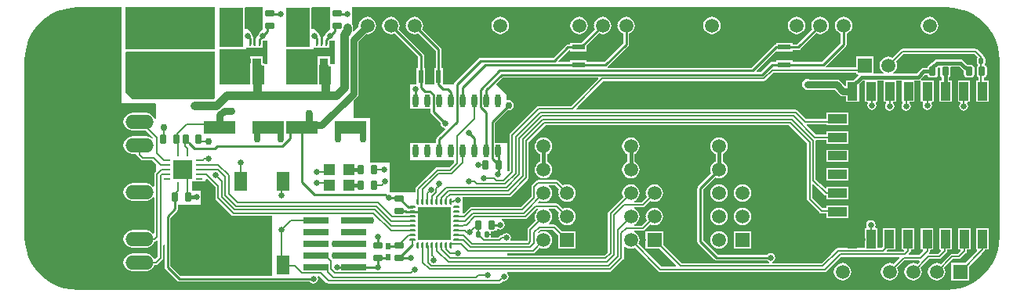
<source format=gtl>
G04 Layer_Physical_Order=1*
G04 Layer_Color=255*
%FSLAX23Y23*%
%MOIN*%
G70*
G01*
G75*
%ADD10R,0.079X0.039*%
%ADD11R,0.039X0.079*%
G04:AMPARAMS|DCode=12|XSize=29mil|YSize=39mil|CornerRadius=6mil|HoleSize=0mil|Usage=FLASHONLY|Rotation=0.000|XOffset=0mil|YOffset=0mil|HoleType=Round|Shape=RoundedRectangle|*
%AMROUNDEDRECTD12*
21,1,0.029,0.028,0,0,0.0*
21,1,0.017,0.039,0,0,0.0*
1,1,0.012,0.009,-0.014*
1,1,0.012,-0.009,-0.014*
1,1,0.012,-0.009,0.014*
1,1,0.012,0.009,0.014*
%
%ADD12ROUNDEDRECTD12*%
%ADD13R,0.079X0.079*%
%ADD14O,0.031X0.008*%
%ADD15O,0.008X0.031*%
G04:AMPARAMS|DCode=16|XSize=22mil|YSize=24mil|CornerRadius=4mil|HoleSize=0mil|Usage=FLASHONLY|Rotation=0.000|XOffset=0mil|YOffset=0mil|HoleType=Round|Shape=RoundedRectangle|*
%AMROUNDEDRECTD16*
21,1,0.022,0.015,0,0,0.0*
21,1,0.013,0.024,0,0,0.0*
1,1,0.009,0.007,-0.008*
1,1,0.009,-0.007,-0.008*
1,1,0.009,-0.007,0.008*
1,1,0.009,0.007,0.008*
%
%ADD16ROUNDEDRECTD16*%
G04:AMPARAMS|DCode=17|XSize=29mil|YSize=39mil|CornerRadius=6mil|HoleSize=0mil|Usage=FLASHONLY|Rotation=270.000|XOffset=0mil|YOffset=0mil|HoleType=Round|Shape=RoundedRectangle|*
%AMROUNDEDRECTD17*
21,1,0.029,0.028,0,0,270.0*
21,1,0.017,0.039,0,0,270.0*
1,1,0.012,-0.014,-0.009*
1,1,0.012,-0.014,0.009*
1,1,0.012,0.014,0.009*
1,1,0.012,0.014,-0.009*
%
%ADD17ROUNDEDRECTD17*%
%ADD18R,0.024X0.031*%
%ADD19R,0.140X0.140*%
%ADD20O,0.010X0.033*%
%ADD21O,0.033X0.010*%
%ADD22R,0.110X0.030*%
%ADD23R,0.043X0.067*%
%ADD24R,0.024X0.055*%
%ADD25R,0.055X0.024*%
%ADD26R,0.134X0.055*%
G04:AMPARAMS|DCode=27|XSize=52mil|YSize=60mil|CornerRadius=13mil|HoleSize=0mil|Usage=FLASHONLY|Rotation=90.000|XOffset=0mil|YOffset=0mil|HoleType=Round|Shape=RoundedRectangle|*
%AMROUNDEDRECTD27*
21,1,0.052,0.034,0,0,90.0*
21,1,0.026,0.060,0,0,90.0*
1,1,0.026,0.017,0.013*
1,1,0.026,0.017,-0.013*
1,1,0.026,-0.017,-0.013*
1,1,0.026,-0.017,0.013*
%
%ADD27ROUNDEDRECTD27*%
%ADD28R,0.063X0.035*%
%ADD29R,0.011X0.020*%
%ADD30R,0.065X0.083*%
%ADD31O,0.024X0.057*%
%ADD32R,0.055X0.134*%
%ADD33R,0.055X0.083*%
%ADD34R,0.048X0.048*%
%ADD35C,0.008*%
%ADD36C,0.010*%
%ADD37C,0.007*%
%ADD38C,0.030*%
%ADD39C,0.035*%
%ADD40C,0.015*%
%ADD41C,0.009*%
%ADD42C,0.025*%
%ADD43C,0.059*%
%ADD44R,0.059X0.059*%
%ADD45O,0.120X0.060*%
%ADD46C,0.197*%
%ADD47R,0.059X0.059*%
%ADD48C,0.025*%
%ADD49C,0.030*%
G36*
X1312Y946D02*
X1315D01*
Y940D01*
X1325D01*
Y865D01*
X1275D01*
Y946D01*
X1278D01*
Y975D01*
X1312D01*
Y946D01*
D02*
G37*
G36*
X1027D02*
X1030D01*
Y945D01*
X1040D01*
Y865D01*
X990D01*
Y946D01*
X993D01*
Y975D01*
X1027D01*
Y946D01*
D02*
G37*
G36*
X1340Y950D02*
X1321D01*
X1320Y951D01*
X1320Y951D01*
Y983D01*
X1268D01*
Y946D01*
X1268Y946D01*
Y865D01*
X1135D01*
Y1015D01*
X1250D01*
Y1020D01*
X1319D01*
Y1050D01*
X1340D01*
Y950D01*
D02*
G37*
G36*
X1055D02*
X1045D01*
X1045Y950D01*
X1043Y952D01*
X1040Y952D01*
X1035D01*
Y983D01*
X983D01*
Y946D01*
X983Y946D01*
Y865D01*
X850D01*
Y1015D01*
X965D01*
Y1020D01*
X1034D01*
Y1050D01*
X1055D01*
Y950D01*
D02*
G37*
G36*
X830Y1005D02*
Y804D01*
X826Y800D01*
X805Y800D01*
X480D01*
X450Y830D01*
Y1001D01*
X454Y1005D01*
X830Y1005D01*
D02*
G37*
G36*
X801Y460D02*
X835Y426D01*
Y379D01*
X835Y379D01*
X836Y374D01*
X838Y371D01*
X902Y307D01*
X902Y307D01*
X905Y305D01*
X910Y304D01*
X910Y304D01*
X1075D01*
Y47D01*
X685D01*
X642Y90D01*
Y295D01*
X672Y325D01*
X675Y329D01*
X675Y333D01*
Y350D01*
X770D01*
Y360D01*
Y410D01*
X735D01*
Y450D01*
X785D01*
X790Y450D01*
X790Y456D01*
X794Y460D01*
X801Y460D01*
D02*
G37*
G36*
X2206Y329D02*
X2203Y326D01*
X2197Y318D01*
X2193Y310D01*
X2192Y300D01*
X2193Y290D01*
X2196Y283D01*
X2165Y252D01*
X2163Y249D01*
X2162Y244D01*
X2162Y244D01*
Y199D01*
X2159Y196D01*
X2090D01*
X2087Y201D01*
X2088Y202D01*
X2090Y210D01*
X2088Y218D01*
X2084Y224D01*
X2078Y228D01*
X2070Y230D01*
X2062Y228D01*
X2056Y224D01*
X2054Y221D01*
X2050D01*
X2046Y220D01*
X2042Y218D01*
X2042Y218D01*
X2035Y211D01*
X2005D01*
Y238D01*
X2016D01*
X2021Y239D01*
X2022Y240D01*
X2030D01*
Y246D01*
X2035Y248D01*
X2037Y247D01*
X2045Y245D01*
X2053Y247D01*
X2059Y251D01*
X2063Y257D01*
X2065Y265D01*
X2063Y273D01*
X2059Y279D01*
X2053Y283D01*
X2051Y284D01*
X2051Y289D01*
X2150D01*
X2150Y289D01*
X2154Y290D01*
X2158Y292D01*
X2200Y334D01*
X2205D01*
X2206Y329D01*
D02*
G37*
G36*
X3970Y1191D02*
X3999Y1185D01*
X4027Y1176D01*
X4054Y1162D01*
X4079Y1146D01*
X4101Y1126D01*
X4121Y1104D01*
X4137Y1079D01*
X4151Y1052D01*
X4160Y1024D01*
X4166Y995D01*
X4168Y966D01*
X4168Y965D01*
Y745D01*
Y255D01*
Y215D01*
X4168Y214D01*
X4166Y185D01*
X4160Y156D01*
X4155Y141D01*
X4151Y128D01*
X4137Y101D01*
X4121Y76D01*
X4102Y55D01*
X4101Y54D01*
X4079Y34D01*
X4054Y18D01*
X4027Y4D01*
X3999Y-5D01*
X3970Y-11D01*
X3945Y-13D01*
X3940Y-13D01*
Y-13D01*
X3940Y-13D01*
X250D01*
X249Y-13D01*
X220Y-11D01*
X191Y-5D01*
X163Y4D01*
X136Y18D01*
X111Y34D01*
X89Y54D01*
X69Y76D01*
X53Y101D01*
X39Y128D01*
X30Y156D01*
X24Y185D01*
X22Y214D01*
X22Y215D01*
Y965D01*
X22Y966D01*
X24Y995D01*
X30Y1024D01*
X39Y1052D01*
X53Y1079D01*
X69Y1104D01*
X89Y1126D01*
X111Y1146D01*
X136Y1162D01*
X163Y1176D01*
X191Y1185D01*
X220Y1191D01*
X249Y1193D01*
X250Y1193D01*
X435D01*
Y785D01*
X578D01*
X580Y780D01*
X580Y780D01*
Y718D01*
X575Y717D01*
X572Y724D01*
X566Y731D01*
X559Y737D01*
X550Y741D01*
X540Y742D01*
X480D01*
X470Y741D01*
X461Y737D01*
X454Y731D01*
X448Y724D01*
X444Y715D01*
X443Y705D01*
X444Y695D01*
X448Y686D01*
X454Y679D01*
X461Y673D01*
X470Y669D01*
X480Y668D01*
X539D01*
X572Y635D01*
X571Y633D01*
X568Y632D01*
X566Y632D01*
X559Y637D01*
X550Y641D01*
X540Y642D01*
X480D01*
X470Y641D01*
X461Y637D01*
X454Y631D01*
X448Y624D01*
X444Y615D01*
X443Y605D01*
X444Y595D01*
X448Y586D01*
X454Y579D01*
X461Y573D01*
X470Y569D01*
X480Y568D01*
X495D01*
X499Y565D01*
X500Y561D01*
X502Y557D01*
X517Y542D01*
X521Y540D01*
X525Y539D01*
X525Y539D01*
X565D01*
X580Y524D01*
Y492D01*
X577Y489D01*
X575Y486D01*
X574Y481D01*
X574Y481D01*
Y430D01*
X569Y428D01*
X566Y431D01*
X559Y437D01*
X550Y441D01*
X540Y442D01*
X480D01*
X470Y441D01*
X461Y437D01*
X454Y431D01*
X448Y424D01*
X444Y415D01*
X443Y405D01*
X444Y395D01*
X448Y386D01*
X454Y379D01*
X461Y373D01*
X470Y369D01*
X480Y368D01*
X540D01*
X550Y369D01*
X559Y373D01*
X566Y379D01*
X569Y382D01*
X574Y380D01*
Y230D01*
X569Y228D01*
X566Y231D01*
X559Y237D01*
X550Y241D01*
X540Y242D01*
X480D01*
X470Y241D01*
X461Y237D01*
X454Y231D01*
X448Y224D01*
X444Y215D01*
X443Y205D01*
X444Y195D01*
X448Y186D01*
X454Y179D01*
X461Y173D01*
X470Y169D01*
X480Y168D01*
X540D01*
X550Y169D01*
X559Y173D01*
X566Y179D01*
X572Y186D01*
X575Y194D01*
X579Y195D01*
X583Y197D01*
X584Y198D01*
X589Y196D01*
Y130D01*
X579Y119D01*
X574Y120D01*
X572Y124D01*
X566Y131D01*
X559Y137D01*
X550Y141D01*
X540Y142D01*
X480D01*
X470Y141D01*
X461Y137D01*
X454Y131D01*
X448Y124D01*
X444Y115D01*
X443Y105D01*
X444Y95D01*
X448Y86D01*
X454Y79D01*
X461Y73D01*
X470Y69D01*
X480Y68D01*
X540D01*
X550Y69D01*
X559Y73D01*
X566Y79D01*
X572Y86D01*
X575Y94D01*
X580D01*
X580Y94D01*
X584Y95D01*
X588Y97D01*
X608Y117D01*
X608Y117D01*
X610Y121D01*
X611Y125D01*
X611Y125D01*
Y178D01*
X616Y181D01*
X618Y180D01*
Y85D01*
X619Y80D01*
X621Y76D01*
X671Y26D01*
X675Y24D01*
X680Y23D01*
X1235D01*
X1236Y21D01*
X1242Y17D01*
X1250Y15D01*
X1258Y17D01*
X1264Y21D01*
X1268Y27D01*
X1270Y35D01*
X1268Y43D01*
X1268Y44D01*
X1271Y48D01*
X1276D01*
X1306Y18D01*
X1310Y16D01*
X1314Y15D01*
X1314Y15D01*
X2041D01*
X2041Y15D01*
X2045Y16D01*
X2049Y18D01*
X2057Y26D01*
X2060Y25D01*
X2068Y27D01*
X2074Y31D01*
X2075Y32D01*
X2075D01*
Y32D01*
X2078Y37D01*
X2080Y45D01*
X2078Y53D01*
X2075Y58D01*
Y65D01*
X2511D01*
X2511Y65D01*
X2516Y66D01*
X2519Y69D01*
X2567Y117D01*
X2567Y117D01*
X2570Y120D01*
X2571Y124D01*
Y170D01*
X2576Y173D01*
X2582Y168D01*
X2590Y164D01*
X2600Y163D01*
X2610Y164D01*
X2617Y167D01*
X2717Y67D01*
X2721Y65D01*
X2725Y64D01*
X2725Y64D01*
X3425D01*
X3425Y64D01*
X3429Y65D01*
X3433Y67D01*
X3434Y69D01*
X3445Y80D01*
X3468Y102D01*
D01*
X3494Y128D01*
X3741D01*
X3743Y124D01*
X3717Y98D01*
X3710Y101D01*
X3700Y102D01*
X3690Y101D01*
X3682Y97D01*
X3674Y91D01*
X3668Y83D01*
X3664Y75D01*
X3663Y65D01*
X3664Y55D01*
X3668Y47D01*
X3674Y39D01*
X3682Y33D01*
X3690Y29D01*
X3700Y28D01*
X3710Y29D01*
X3718Y33D01*
X3726Y39D01*
X3732Y47D01*
X3736Y55D01*
X3737Y65D01*
X3736Y75D01*
X3733Y82D01*
X3764Y113D01*
X3825D01*
X3828Y108D01*
X3817Y98D01*
X3810Y101D01*
X3800Y102D01*
X3790Y101D01*
X3782Y97D01*
X3774Y91D01*
X3768Y83D01*
X3764Y75D01*
X3763Y65D01*
X3764Y55D01*
X3768Y47D01*
X3774Y39D01*
X3782Y33D01*
X3790Y29D01*
X3800Y28D01*
X3810Y29D01*
X3818Y33D01*
X3826Y39D01*
X3832Y47D01*
X3836Y55D01*
X3837Y65D01*
X3836Y75D01*
X3833Y82D01*
D01*
X3870Y119D01*
X3910D01*
X3910Y119D01*
X3914Y120D01*
X3918Y122D01*
X3943Y147D01*
X3943Y147D01*
X3945Y151D01*
X3946Y155D01*
Y159D01*
X3964D01*
Y251D01*
X3911D01*
Y159D01*
X3916D01*
X3918Y154D01*
X3905Y141D01*
X3869D01*
X3867Y146D01*
X3867Y147D01*
X3867Y147D01*
X3870Y150D01*
X3871Y155D01*
X3874Y159D01*
X3886D01*
Y251D01*
X3833D01*
Y159D01*
X3841D01*
X3843Y154D01*
X3825Y136D01*
X3783D01*
X3781Y140D01*
X3786Y146D01*
X3786Y146D01*
X3789Y149D01*
X3790Y153D01*
Y159D01*
X3805D01*
Y251D01*
X3752D01*
Y159D01*
X3759D01*
X3761Y154D01*
X3759Y151D01*
X3689D01*
X3687Y155D01*
X3690Y159D01*
X3726D01*
Y251D01*
X3672D01*
Y173D01*
X3665Y166D01*
X3648D01*
Y251D01*
X3640D01*
X3637Y256D01*
X3638Y257D01*
X3640Y265D01*
X3638Y273D01*
X3634Y279D01*
X3628Y283D01*
X3620Y285D01*
X3612Y283D01*
X3606Y279D01*
X3602Y273D01*
X3600Y265D01*
X3602Y257D01*
X3603Y256D01*
X3600Y251D01*
X3595D01*
Y166D01*
X3480D01*
X3480Y166D01*
X3475Y165D01*
X3472Y163D01*
X3472Y163D01*
X3451Y142D01*
X3450Y141D01*
X3440Y130D01*
X3410Y101D01*
X3201D01*
X3201Y106D01*
X3203Y107D01*
X3209Y111D01*
X3213Y117D01*
X3215Y125D01*
X3213Y133D01*
X3209Y139D01*
X3203Y143D01*
X3195Y145D01*
X3187Y143D01*
X3181Y139D01*
X3180Y137D01*
X2970D01*
X2907Y200D01*
D01*
Y260D01*
Y415D01*
X2959Y467D01*
X2965Y464D01*
X2975Y463D01*
X2985Y464D01*
X2993Y468D01*
X3001Y474D01*
X3007Y482D01*
X3011Y490D01*
X3012Y500D01*
X3011Y510D01*
X3007Y518D01*
X3001Y526D01*
X2993Y532D01*
X2990Y533D01*
Y567D01*
X2993Y568D01*
X3001Y574D01*
X3007Y582D01*
X3011Y590D01*
X3012Y600D01*
X3011Y610D01*
X3007Y618D01*
X3001Y626D01*
X2993Y632D01*
X2985Y636D01*
X2975Y637D01*
X2965Y636D01*
X2957Y632D01*
X2949Y626D01*
X2943Y618D01*
X2939Y610D01*
X2938Y600D01*
X2939Y590D01*
X2943Y582D01*
X2949Y574D01*
X2957Y568D01*
X2960Y567D01*
Y533D01*
X2957Y532D01*
X2949Y526D01*
X2943Y518D01*
X2939Y510D01*
X2938Y500D01*
X2939Y490D01*
X2942Y484D01*
X2886Y429D01*
X2884Y425D01*
X2883Y420D01*
Y195D01*
X2884Y190D01*
X2886Y186D01*
X2956Y116D01*
X2960Y114D01*
X2965Y113D01*
X3180D01*
X3181Y111D01*
X3187Y107D01*
X3189Y106D01*
X3189Y101D01*
X2815D01*
X2737Y179D01*
Y237D01*
X2663D01*
Y163D01*
X2721D01*
X2793Y91D01*
X2791Y86D01*
X2730D01*
X2633Y183D01*
X2636Y190D01*
X2637Y200D01*
X2636Y210D01*
X2632Y218D01*
X2626Y226D01*
X2618Y232D01*
X2614Y234D01*
X2615Y239D01*
X2650D01*
X2650Y239D01*
X2654Y240D01*
X2658Y242D01*
X2665Y249D01*
X2683Y267D01*
X2690Y264D01*
X2700Y263D01*
X2710Y264D01*
X2718Y268D01*
X2726Y274D01*
X2732Y282D01*
X2736Y290D01*
X2737Y300D01*
X2736Y310D01*
X2732Y318D01*
X2726Y326D01*
X2718Y332D01*
X2710Y336D01*
X2700Y337D01*
X2690Y336D01*
X2682Y332D01*
X2674Y326D01*
X2668Y318D01*
X2664Y310D01*
X2663Y300D01*
X2664Y290D01*
X2667Y283D01*
X2645Y261D01*
X2615D01*
X2614Y266D01*
X2618Y268D01*
X2626Y274D01*
X2632Y282D01*
X2636Y290D01*
X2637Y300D01*
X2636Y310D01*
X2632Y318D01*
X2626Y326D01*
X2618Y332D01*
X2614Y334D01*
X2615Y339D01*
X2650D01*
X2650Y339D01*
X2654Y340D01*
X2658Y342D01*
X2683Y367D01*
X2690Y364D01*
X2700Y363D01*
X2710Y364D01*
X2718Y368D01*
X2726Y374D01*
X2732Y382D01*
X2736Y390D01*
X2737Y400D01*
X2736Y410D01*
X2732Y418D01*
X2726Y426D01*
X2718Y432D01*
X2710Y436D01*
X2700Y437D01*
X2690Y436D01*
X2682Y432D01*
X2674Y426D01*
X2668Y418D01*
X2664Y410D01*
X2663Y400D01*
X2664Y390D01*
X2667Y383D01*
X2645Y361D01*
X2615D01*
X2614Y366D01*
X2618Y368D01*
X2626Y374D01*
X2632Y382D01*
X2636Y390D01*
X2637Y400D01*
X2636Y410D01*
X2632Y418D01*
X2626Y426D01*
X2618Y432D01*
X2610Y436D01*
X2600Y437D01*
X2590Y436D01*
X2582Y432D01*
X2574Y426D01*
X2568Y418D01*
X2564Y410D01*
X2563Y400D01*
X2564Y390D01*
X2567Y383D01*
X2507Y322D01*
X2504Y319D01*
X2503Y314D01*
X2503Y314D01*
Y148D01*
X2488Y133D01*
X2075D01*
Y144D01*
X2184D01*
X2184Y144D01*
X2188Y145D01*
X2192Y147D01*
X2212Y167D01*
X2219Y164D01*
X2229Y163D01*
X2238Y164D01*
X2247Y168D01*
X2255Y174D01*
X2261Y182D01*
X2264Y190D01*
X2266Y200D01*
X2264Y210D01*
X2261Y218D01*
X2255Y226D01*
X2247Y232D01*
X2238Y236D01*
X2229Y237D01*
X2219Y236D01*
X2210Y232D01*
X2208Y230D01*
X2205Y234D01*
X2215Y244D01*
X2269D01*
X2292Y221D01*
Y163D01*
X2365D01*
Y237D01*
X2308D01*
X2282Y263D01*
X2278Y265D01*
X2274Y266D01*
X2274Y266D01*
X2253D01*
X2251Y271D01*
X2255Y274D01*
X2261Y282D01*
X2264Y290D01*
X2266Y300D01*
X2264Y310D01*
X2261Y318D01*
X2255Y326D01*
X2251Y329D01*
X2253Y334D01*
X2279D01*
X2296Y317D01*
X2293Y310D01*
X2292Y300D01*
X2293Y290D01*
X2297Y282D01*
X2303Y274D01*
X2310Y268D01*
X2319Y264D01*
X2329Y263D01*
X2338Y264D01*
X2347Y268D01*
X2355Y274D01*
X2361Y282D01*
X2364Y290D01*
X2366Y300D01*
X2364Y310D01*
X2361Y318D01*
X2355Y326D01*
X2347Y332D01*
X2338Y336D01*
X2329Y337D01*
X2319Y336D01*
X2312Y333D01*
X2292Y353D01*
X2288Y355D01*
X2284Y356D01*
X2284Y356D01*
X2207D01*
X2205Y361D01*
X2212Y367D01*
X2219Y364D01*
X2229Y363D01*
X2238Y364D01*
X2247Y368D01*
X2255Y374D01*
X2261Y382D01*
X2264Y390D01*
X2266Y400D01*
X2264Y410D01*
X2261Y418D01*
X2255Y426D01*
X2251Y429D01*
X2253Y434D01*
X2279D01*
X2296Y417D01*
X2293Y410D01*
X2292Y400D01*
X2293Y390D01*
X2297Y382D01*
X2303Y374D01*
X2310Y368D01*
X2319Y364D01*
X2329Y363D01*
X2338Y364D01*
X2347Y368D01*
X2355Y374D01*
X2361Y382D01*
X2364Y390D01*
X2366Y400D01*
X2364Y410D01*
X2361Y418D01*
X2355Y426D01*
X2347Y432D01*
X2338Y436D01*
X2329Y437D01*
X2319Y436D01*
X2312Y433D01*
X2292Y453D01*
X2288Y455D01*
X2284Y456D01*
X2284Y456D01*
X2205D01*
X2205Y456D01*
X2201Y455D01*
X2197Y453D01*
X2197Y453D01*
X2180Y436D01*
X2178Y433D01*
X2177Y428D01*
X2177Y428D01*
Y385D01*
X2133Y341D01*
X1923D01*
X1923Y341D01*
X1918Y340D01*
X1915Y338D01*
X1915Y338D01*
X1890Y313D01*
X1885Y315D01*
Y384D01*
X2084D01*
X2084Y384D01*
X2088Y385D01*
X2092Y387D01*
X2163Y458D01*
X2163Y458D01*
X2165Y462D01*
X2166Y466D01*
Y618D01*
X2237Y689D01*
X3273D01*
X3338Y624D01*
X3349Y613D01*
Y375D01*
X3349Y375D01*
X3350Y371D01*
X3352Y367D01*
X3390Y330D01*
D01*
X3402Y317D01*
X3402Y317D01*
X3406Y315D01*
X3410Y314D01*
X3410Y314D01*
X3432D01*
Y295D01*
X3524D01*
Y300D01*
X3525D01*
Y325D01*
X3524D01*
Y348D01*
X3432D01*
Y336D01*
X3415D01*
X3371Y380D01*
Y436D01*
X3376Y438D01*
X3422Y393D01*
X3422Y393D01*
X3425Y390D01*
X3430Y389D01*
X3432Y385D01*
Y374D01*
X3524D01*
Y427D01*
X3432D01*
Y421D01*
X3427Y419D01*
X3405Y440D01*
X3386Y460D01*
D01*
Y624D01*
X3389Y627D01*
X3432D01*
Y611D01*
X3524D01*
Y664D01*
X3432D01*
Y649D01*
X3387D01*
X3347Y689D01*
X3349Y694D01*
X3432D01*
Y690D01*
X3524D01*
Y744D01*
X3432D01*
Y716D01*
X3345D01*
X3308Y753D01*
X3304Y755D01*
X3300Y756D01*
X3300Y756D01*
X2369D01*
X2367Y761D01*
X2367Y761D01*
X2374Y768D01*
X2374Y768D01*
D01*
X2376Y770D01*
X2377Y771D01*
D01*
X2383Y778D01*
X2388Y783D01*
D01*
X2389Y784D01*
X2390Y784D01*
D01*
X2394Y789D01*
X2397Y791D01*
D01*
X2399Y793D01*
X2402Y796D01*
D01*
X2406Y800D01*
X2418Y812D01*
D01*
X2426Y820D01*
X2436Y830D01*
X2484Y878D01*
X3166D01*
X3166Y878D01*
X3170Y879D01*
X3174Y881D01*
X3206Y914D01*
X3558D01*
Y908D01*
X3565D01*
X3568Y903D01*
X3545Y881D01*
X3516D01*
Y860D01*
X3511Y858D01*
X3492Y878D01*
X3485Y882D01*
X3476Y884D01*
X3361D01*
X3359Y886D01*
X3350Y887D01*
X3341Y886D01*
X3334Y881D01*
X3329Y874D01*
X3328Y865D01*
X3329Y856D01*
X3334Y849D01*
X3337Y846D01*
X3345Y841D01*
X3353Y839D01*
X3467D01*
X3487Y819D01*
X3494Y814D01*
X3503Y812D01*
X3516D01*
Y789D01*
X3570D01*
Y864D01*
X3586Y880D01*
X3595D01*
Y789D01*
X3605D01*
X3608Y784D01*
X3607Y783D01*
X3606Y780D01*
X3605Y775D01*
X3607Y767D01*
X3611Y761D01*
X3617Y757D01*
X3625Y755D01*
X3633Y757D01*
X3639Y761D01*
X3643Y767D01*
X3645Y775D01*
X3643Y783D01*
X3642Y784D01*
X3645Y789D01*
X3649D01*
Y880D01*
X3674D01*
Y789D01*
X3684D01*
X3685Y786D01*
X3686Y784D01*
X3683Y780D01*
D01*
X3682Y778D01*
X3680Y770D01*
X3682Y762D01*
X3686Y756D01*
X3692Y752D01*
X3700Y750D01*
X3708Y752D01*
X3714Y756D01*
X3718Y762D01*
X3720Y770D01*
X3718Y778D01*
X3714Y784D01*
X3715Y786D01*
X3716Y789D01*
X3727D01*
Y880D01*
X3753D01*
Y789D01*
X3754D01*
X3755Y786D01*
X3756Y784D01*
X3753Y780D01*
D01*
X3752Y778D01*
X3750Y770D01*
X3752Y762D01*
X3756Y756D01*
X3762Y752D01*
X3770Y750D01*
X3778Y752D01*
X3784Y756D01*
X3788Y762D01*
X3790Y770D01*
X3788Y778D01*
X3784Y784D01*
X3785Y786D01*
X3786Y789D01*
X3806D01*
Y880D01*
X3820D01*
X3826Y881D01*
X3829Y884D01*
X3833Y880D01*
X3833Y877D01*
Y789D01*
X3840D01*
X3843Y784D01*
X3842Y783D01*
X3841Y780D01*
X3840Y775D01*
X3842Y767D01*
X3846Y761D01*
X3852Y757D01*
X3860Y755D01*
X3868Y757D01*
X3874Y761D01*
X3878Y767D01*
X3880Y775D01*
X3878Y783D01*
X3877Y784D01*
X3880Y789D01*
X3887D01*
Y881D01*
X3838D01*
X3834Y881D01*
X3831Y886D01*
X3851Y905D01*
X3862D01*
X3862Y901D01*
X3865Y897D01*
X3869Y894D01*
X3874Y893D01*
X3892D01*
X3897Y894D01*
X3901Y897D01*
X3904Y901D01*
X3905Y906D01*
Y934D01*
X3905Y934D01*
X3908Y938D01*
X3912Y938D01*
X3915Y934D01*
X3915Y934D01*
Y906D01*
X3916Y901D01*
X3919Y897D01*
X3922Y895D01*
Y881D01*
X3911D01*
Y789D01*
X3964D01*
Y881D01*
X3952D01*
Y895D01*
X3955Y897D01*
X3958Y901D01*
X3959Y906D01*
Y934D01*
X3958Y935D01*
X3962Y940D01*
X3997D01*
X4016Y921D01*
Y906D01*
X4017Y901D01*
X4020Y897D01*
X4024Y894D01*
X4029Y893D01*
X4047D01*
X4052Y894D01*
X4056Y897D01*
X4059Y901D01*
X4060Y906D01*
Y934D01*
X4059Y939D01*
X4056Y943D01*
X4052Y946D01*
X4047Y947D01*
X4032D01*
X4014Y965D01*
X4009Y969D01*
X4003Y970D01*
X3900D01*
X3894Y969D01*
X3890Y965D01*
X3873Y949D01*
X3871Y946D01*
X3869Y946D01*
X3865Y943D01*
X3862Y939D01*
X3862Y935D01*
X3845D01*
X3839Y934D01*
X3835Y930D01*
X3814Y910D01*
X3717D01*
X3716Y915D01*
X3721Y919D01*
X3727Y927D01*
X3731Y935D01*
X3732Y945D01*
X3731Y955D01*
X3728Y962D01*
X3760Y994D01*
X4060D01*
X4074Y980D01*
X4071Y977D01*
X4070Y973D01*
Y957D01*
X4071Y953D01*
X4074Y949D01*
X4074Y943D01*
X4074Y943D01*
X4071Y939D01*
X4070Y934D01*
Y906D01*
X4071Y901D01*
X4074Y897D01*
X4077Y894D01*
Y881D01*
X4067D01*
Y789D01*
X4121D01*
Y881D01*
X4100D01*
Y893D01*
X4101D01*
X4106Y894D01*
X4110Y897D01*
X4113Y901D01*
X4114Y906D01*
Y934D01*
X4113Y939D01*
X4110Y943D01*
X4106Y945D01*
X4105Y947D01*
X4105Y951D01*
X4106Y953D01*
X4107Y957D01*
Y973D01*
X4106Y977D01*
X4104Y981D01*
X4100Y983D01*
X4100Y983D01*
X4099Y986D01*
X4097Y989D01*
X4097Y989D01*
X4073Y1013D01*
X4069Y1015D01*
X4065Y1016D01*
X4065Y1016D01*
X3755D01*
X3755Y1016D01*
X3751Y1015D01*
X3747Y1013D01*
X3747Y1013D01*
X3712Y978D01*
X3705Y981D01*
X3695Y982D01*
X3685Y981D01*
X3677Y977D01*
X3669Y971D01*
X3663Y963D01*
X3659Y955D01*
X3658Y945D01*
X3659Y935D01*
X3663Y927D01*
X3669Y919D01*
X3674Y915D01*
X3673Y910D01*
X3632D01*
Y982D01*
X3558D01*
Y936D01*
X3430D01*
X3428Y941D01*
X3514Y1026D01*
X3516Y1030D01*
X3517Y1035D01*
Y1081D01*
X3523Y1083D01*
X3531Y1089D01*
X3537Y1097D01*
X3541Y1105D01*
X3542Y1115D01*
X3541Y1125D01*
X3537Y1133D01*
X3531Y1141D01*
X3523Y1147D01*
X3515Y1151D01*
X3505Y1152D01*
X3495Y1151D01*
X3487Y1147D01*
X3479Y1141D01*
X3473Y1133D01*
X3469Y1125D01*
X3468Y1115D01*
X3469Y1105D01*
X3473Y1097D01*
X3479Y1089D01*
X3487Y1083D01*
X3493Y1081D01*
Y1040D01*
X3413Y960D01*
X3287D01*
Y966D01*
X3218D01*
Y960D01*
X3202D01*
X3197Y959D01*
X3193Y956D01*
X3154Y917D01*
X3136D01*
X3134Y922D01*
X3214Y1002D01*
X3218Y1004D01*
Y1004D01*
X3218Y1004D01*
X3287D01*
Y1010D01*
X3312D01*
X3317Y1011D01*
X3321Y1014D01*
X3389Y1082D01*
X3395Y1079D01*
X3405Y1078D01*
X3415Y1079D01*
X3423Y1083D01*
X3431Y1089D01*
X3437Y1097D01*
X3441Y1105D01*
X3442Y1115D01*
X3441Y1125D01*
X3437Y1133D01*
X3431Y1141D01*
X3423Y1147D01*
X3415Y1151D01*
X3405Y1152D01*
X3395Y1151D01*
X3387Y1147D01*
X3379Y1141D01*
X3373Y1133D01*
X3369Y1125D01*
X3368Y1115D01*
X3369Y1105D01*
X3372Y1099D01*
X3307Y1035D01*
X3287D01*
Y1041D01*
X3218D01*
Y1035D01*
X3217D01*
X3213Y1034D01*
X3209Y1031D01*
X3112Y934D01*
X2503D01*
X2502Y938D01*
X2502Y939D01*
X2589Y1026D01*
X2591Y1030D01*
X2592Y1035D01*
Y1081D01*
X2598Y1083D01*
X2606Y1089D01*
X2612Y1097D01*
X2616Y1105D01*
X2617Y1115D01*
X2616Y1125D01*
X2612Y1133D01*
X2606Y1141D01*
X2598Y1147D01*
X2590Y1151D01*
X2580Y1152D01*
X2570Y1151D01*
X2562Y1147D01*
X2554Y1141D01*
X2548Y1133D01*
X2544Y1125D01*
X2543Y1115D01*
X2544Y1105D01*
X2548Y1097D01*
X2554Y1089D01*
X2562Y1083D01*
X2568Y1081D01*
Y1040D01*
X2488Y960D01*
X2412D01*
Y966D01*
X2343D01*
Y960D01*
X2294D01*
X2292Y964D01*
X2337Y1010D01*
X2343D01*
Y1004D01*
X2412D01*
Y1030D01*
X2464Y1082D01*
X2470Y1079D01*
X2480Y1078D01*
X2490Y1079D01*
X2498Y1083D01*
X2506Y1089D01*
X2512Y1097D01*
X2516Y1105D01*
X2517Y1115D01*
X2516Y1125D01*
X2512Y1133D01*
X2506Y1141D01*
X2498Y1147D01*
X2490Y1151D01*
X2480Y1152D01*
X2470Y1151D01*
X2462Y1147D01*
X2454Y1141D01*
X2448Y1133D01*
X2444Y1125D01*
X2443Y1115D01*
X2444Y1105D01*
X2447Y1099D01*
X2389Y1041D01*
X2343D01*
Y1035D01*
X2332D01*
X2328Y1034D01*
X2324Y1031D01*
X2270Y977D01*
X1960D01*
X1955Y976D01*
X1951Y973D01*
X1851Y874D01*
X1849Y870D01*
X1848Y865D01*
X1801D01*
Y932D01*
X1795D01*
Y1013D01*
X1794Y1017D01*
X1791Y1021D01*
X1713Y1099D01*
X1716Y1105D01*
X1717Y1115D01*
X1716Y1125D01*
X1712Y1133D01*
X1706Y1141D01*
X1698Y1147D01*
X1690Y1151D01*
X1680Y1152D01*
X1670Y1151D01*
X1662Y1147D01*
X1654Y1141D01*
X1648Y1133D01*
X1644Y1125D01*
X1643Y1115D01*
X1644Y1105D01*
X1648Y1097D01*
X1654Y1089D01*
X1662Y1083D01*
X1670Y1079D01*
X1680Y1078D01*
X1690Y1079D01*
X1696Y1082D01*
X1770Y1008D01*
Y932D01*
X1764D01*
Y865D01*
X1726D01*
Y932D01*
X1720D01*
Y987D01*
X1719Y992D01*
X1716Y996D01*
X1613Y1099D01*
X1616Y1105D01*
X1617Y1115D01*
X1616Y1125D01*
X1612Y1133D01*
X1606Y1141D01*
X1598Y1147D01*
X1590Y1151D01*
X1580Y1152D01*
X1570Y1151D01*
X1562Y1147D01*
X1554Y1141D01*
X1548Y1133D01*
X1544Y1125D01*
X1543Y1115D01*
X1544Y1105D01*
X1548Y1097D01*
X1554Y1089D01*
X1562Y1083D01*
X1570Y1079D01*
X1580Y1078D01*
X1590Y1079D01*
X1596Y1082D01*
X1695Y982D01*
Y932D01*
X1689D01*
Y865D01*
X1660D01*
Y810D01*
Y759D01*
X1733D01*
X1735Y759D01*
X1737Y759D01*
X1748D01*
Y747D01*
X1749Y743D01*
X1751Y739D01*
X1791Y699D01*
X1790Y697D01*
X1792Y690D01*
X1796Y683D01*
X1802Y679D01*
X1809Y678D01*
X1811Y673D01*
X1776Y638D01*
X1774Y634D01*
X1773Y629D01*
Y615D01*
X1740D01*
X1735Y616D01*
X1730Y615D01*
X1690D01*
X1685Y616D01*
X1680Y615D01*
X1660D01*
Y545D01*
X1665Y540D01*
X1849D01*
Y531D01*
X1827Y509D01*
X1777D01*
X1777Y509D01*
X1773Y509D01*
X1769Y506D01*
X1769Y506D01*
X1688Y425D01*
X1686Y422D01*
X1685Y417D01*
X1685Y417D01*
Y405D01*
X1575D01*
Y530D01*
X1495D01*
X1490Y535D01*
Y720D01*
X1420D01*
Y793D01*
X1436Y809D01*
X1441Y816D01*
X1442Y825D01*
Y865D01*
Y1007D01*
Y1046D01*
X1475Y1079D01*
X1480Y1078D01*
X1490Y1079D01*
X1498Y1083D01*
X1506Y1089D01*
X1512Y1097D01*
X1516Y1105D01*
X1517Y1115D01*
X1516Y1125D01*
X1512Y1133D01*
X1506Y1141D01*
X1498Y1147D01*
X1490Y1151D01*
X1480Y1152D01*
X1470Y1151D01*
X1462Y1147D01*
X1454Y1141D01*
X1448Y1133D01*
X1444Y1125D01*
X1443Y1115D01*
X1444Y1110D01*
X1423Y1090D01*
X1419Y1093D01*
Y1106D01*
X1417Y1115D01*
X1415Y1119D01*
Y1193D01*
X3940D01*
X3941Y1193D01*
X3970Y1191D01*
D02*
G37*
G36*
X2462Y888D02*
X2345Y771D01*
X2208D01*
X2208Y771D01*
X2203Y770D01*
X2200Y768D01*
X2200Y768D01*
X2122Y690D01*
X2096Y664D01*
X2087Y655D01*
X2085Y652D01*
X2084Y647D01*
X2084Y647D01*
Y615D01*
Y496D01*
X2080Y492D01*
X2075Y494D01*
Y615D01*
X2040D01*
X2035Y616D01*
X2030Y615D01*
X2022D01*
Y700D01*
X2070Y748D01*
X2076Y753D01*
X2080Y753D01*
X2080D01*
D01*
X2089Y754D01*
X2091Y756D01*
D01*
X2096Y759D01*
X2101Y766D01*
X2102Y775D01*
X2101Y784D01*
X2096Y791D01*
X2089Y796D01*
X2080Y797D01*
X2079Y797D01*
X2075Y796D01*
X2070Y800D01*
Y820D01*
X2026Y864D01*
X2055Y893D01*
X2460D01*
X2462Y888D01*
D02*
G37*
G36*
X830Y1015D02*
X450Y1015D01*
X450Y1193D01*
X830D01*
X830Y1015D01*
D02*
G37*
G36*
X1035Y1099D02*
X1031Y1095D01*
X1030D01*
X1025Y1090D01*
X1021Y1084D01*
X1021Y1084D01*
X1017Y1078D01*
X1017Y1077D01*
X1007Y1063D01*
X1005Y1058D01*
X1005Y1034D01*
X1001Y1029D01*
X999D01*
X995Y1034D01*
X995Y1063D01*
X986Y1084D01*
X970Y1100D01*
X957Y1100D01*
Y1190D01*
X962Y1193D01*
X1035D01*
X1035Y1099D01*
D02*
G37*
G36*
X1320D02*
X1316Y1095D01*
X1315D01*
X1310Y1090D01*
X1306Y1084D01*
X1306Y1084D01*
X1302Y1078D01*
X1302Y1077D01*
X1292Y1063D01*
X1290Y1058D01*
X1290Y1034D01*
X1286Y1029D01*
X1284D01*
X1280Y1034D01*
X1280Y1063D01*
X1271Y1084D01*
X1255Y1100D01*
X1242Y1100D01*
Y1190D01*
X1247Y1193D01*
X1320D01*
X1320Y1099D01*
D02*
G37*
G36*
X950Y1025D02*
X850D01*
Y1190D01*
X950D01*
Y1025D01*
D02*
G37*
G36*
X1235D02*
X1135D01*
Y1190D01*
X1235D01*
Y1025D01*
D02*
G37*
%LPC*%
G36*
X3075Y337D02*
X3065Y336D01*
X3057Y332D01*
X3049Y326D01*
X3043Y318D01*
X3039Y310D01*
X3038Y300D01*
X3039Y290D01*
X3043Y282D01*
X3049Y274D01*
X3057Y268D01*
X3065Y264D01*
X3075Y263D01*
X3085Y264D01*
X3093Y268D01*
X3101Y274D01*
X3107Y282D01*
X3111Y290D01*
X3112Y300D01*
X3111Y310D01*
X3107Y318D01*
X3101Y326D01*
X3093Y332D01*
X3085Y336D01*
X3075Y337D01*
D02*
G37*
G36*
X2975D02*
X2965Y336D01*
X2957Y332D01*
X2949Y326D01*
X2943Y318D01*
X2939Y310D01*
X2938Y300D01*
X2939Y290D01*
X2943Y282D01*
X2949Y274D01*
X2957Y268D01*
X2965Y264D01*
X2975Y263D01*
X2985Y264D01*
X2993Y268D01*
X3001Y274D01*
X3007Y282D01*
X3011Y290D01*
X3012Y300D01*
X3011Y310D01*
X3007Y318D01*
X3001Y326D01*
X2993Y332D01*
X2985Y336D01*
X2975Y337D01*
D02*
G37*
G36*
X3870Y1152D02*
X3860Y1151D01*
X3852Y1147D01*
X3844Y1141D01*
X3838Y1133D01*
X3834Y1125D01*
X3833Y1115D01*
X3834Y1105D01*
X3838Y1097D01*
X3844Y1089D01*
X3852Y1083D01*
X3860Y1079D01*
X3870Y1078D01*
X3880Y1079D01*
X3888Y1083D01*
X3896Y1089D01*
X3902Y1097D01*
X3906Y1105D01*
X3907Y1115D01*
X3906Y1125D01*
X3902Y1133D01*
X3896Y1141D01*
X3888Y1147D01*
X3880Y1151D01*
X3870Y1152D01*
D02*
G37*
G36*
X3075Y437D02*
X3065Y436D01*
X3057Y432D01*
X3049Y426D01*
X3043Y418D01*
X3039Y410D01*
X3038Y400D01*
X3039Y390D01*
X3043Y382D01*
X3049Y374D01*
X3057Y368D01*
X3065Y364D01*
X3075Y363D01*
X3085Y364D01*
X3093Y368D01*
X3101Y374D01*
X3107Y382D01*
X3111Y390D01*
X3112Y400D01*
X3111Y410D01*
X3107Y418D01*
X3101Y426D01*
X3093Y432D01*
X3085Y436D01*
X3075Y437D01*
D02*
G37*
G36*
X2975D02*
X2965Y436D01*
X2957Y432D01*
X2949Y426D01*
X2943Y418D01*
X2939Y410D01*
X2938Y400D01*
X2939Y390D01*
X2943Y382D01*
X2949Y374D01*
X2957Y368D01*
X2965Y364D01*
X2975Y363D01*
X2985Y364D01*
X2993Y368D01*
X3001Y374D01*
X3007Y382D01*
X3011Y390D01*
X3012Y400D01*
X3011Y410D01*
X3007Y418D01*
X3001Y426D01*
X2993Y432D01*
X2985Y436D01*
X2975Y437D01*
D02*
G37*
G36*
X4122Y251D02*
X4068D01*
Y159D01*
X4071D01*
X4073Y154D01*
X4059Y140D01*
D01*
X4021Y102D01*
X3963D01*
Y55D01*
Y28D01*
X4037D01*
Y55D01*
Y86D01*
X4092Y141D01*
X4103Y152D01*
X4103Y152D01*
X4105Y156D01*
X4106Y159D01*
X4122D01*
Y251D01*
D02*
G37*
G36*
X3500Y102D02*
X3490Y101D01*
X3482Y97D01*
X3477Y93D01*
X3474Y91D01*
X3468Y83D01*
X3464Y75D01*
X3463Y65D01*
X3464Y55D01*
X3468Y47D01*
X3474Y39D01*
X3482Y33D01*
X3490Y29D01*
X3500Y28D01*
X3510Y29D01*
X3518Y33D01*
X3526Y39D01*
X3532Y47D01*
X3536Y55D01*
X3537Y65D01*
X3536Y75D01*
X3532Y83D01*
X3526Y91D01*
X3518Y97D01*
X3510Y101D01*
X3500Y102D01*
D02*
G37*
G36*
X4044Y251D02*
X3990D01*
Y159D01*
X4001D01*
X4003Y154D01*
X3990Y141D01*
X3965D01*
X3965Y141D01*
X3961Y140D01*
X3957Y138D01*
X3957Y138D01*
X3917Y98D01*
X3910Y101D01*
X3900Y102D01*
X3890Y101D01*
X3882Y97D01*
X3874Y91D01*
X3868Y83D01*
X3864Y75D01*
X3863Y65D01*
X3864Y55D01*
X3868Y47D01*
X3874Y39D01*
X3882Y33D01*
X3890Y29D01*
X3900Y28D01*
X3910Y29D01*
X3918Y33D01*
X3926Y39D01*
X3932Y47D01*
X3936Y55D01*
X3937Y65D01*
X3936Y75D01*
X3933Y82D01*
X3970Y119D01*
X3995D01*
X3995Y119D01*
X3999Y120D01*
X4003Y122D01*
X4025Y144D01*
X4025Y144D01*
X4027Y148D01*
X4028Y152D01*
X4028Y152D01*
Y159D01*
X4044D01*
Y251D01*
D02*
G37*
G36*
X3112Y237D02*
X3038D01*
Y163D01*
X3112D01*
Y237D01*
D02*
G37*
G36*
X2975Y237D02*
X2965Y236D01*
X2957Y232D01*
X2949Y226D01*
X2943Y218D01*
X2939Y210D01*
X2938Y200D01*
X2939Y190D01*
X2943Y182D01*
X2949Y174D01*
X2957Y168D01*
X2965Y164D01*
X2975Y163D01*
X2985Y164D01*
X2993Y168D01*
X3001Y174D01*
X3007Y182D01*
X3011Y190D01*
X3012Y200D01*
X3011Y210D01*
X3007Y218D01*
X3001Y226D01*
X2993Y232D01*
X2985Y236D01*
X2975Y237D01*
D02*
G37*
G36*
X2945Y1152D02*
X2935Y1151D01*
X2927Y1147D01*
X2919Y1141D01*
X2913Y1133D01*
X2909Y1125D01*
X2908Y1115D01*
X2909Y1105D01*
X2913Y1097D01*
X2919Y1089D01*
X2927Y1083D01*
X2935Y1079D01*
X2945Y1078D01*
X2955Y1079D01*
X2963Y1083D01*
X2971Y1089D01*
X2977Y1097D01*
X2981Y1105D01*
X2982Y1115D01*
X2981Y1125D01*
X2977Y1133D01*
X2971Y1141D01*
X2963Y1147D01*
X2955Y1151D01*
X2945Y1152D01*
D02*
G37*
G36*
X4043Y881D02*
X3990D01*
Y789D01*
X3999D01*
X4000Y786D01*
X4001Y784D01*
X3998Y780D01*
D01*
X3997Y778D01*
X3995Y770D01*
X3997Y762D01*
X4001Y756D01*
X4007Y752D01*
X4015Y750D01*
X4023Y752D01*
X4029Y756D01*
X4033Y762D01*
X4035Y770D01*
X4033Y778D01*
X4029Y784D01*
X4030Y786D01*
X4031Y789D01*
X4043D01*
Y881D01*
D02*
G37*
G36*
X2380Y1152D02*
X2370Y1151D01*
X2362Y1147D01*
X2354Y1141D01*
X2348Y1133D01*
X2344Y1125D01*
X2343Y1115D01*
X2344Y1105D01*
X2348Y1097D01*
X2354Y1089D01*
X2362Y1083D01*
X2370Y1079D01*
X2380Y1078D01*
X2390Y1079D01*
X2398Y1083D01*
X2406Y1089D01*
X2412Y1097D01*
X2416Y1105D01*
X2417Y1115D01*
X2416Y1125D01*
X2412Y1133D01*
X2406Y1141D01*
X2398Y1147D01*
X2390Y1151D01*
X2380Y1152D01*
D02*
G37*
G36*
X700Y867D02*
X691Y866D01*
X684Y861D01*
X679Y854D01*
X678Y845D01*
X679Y836D01*
X684Y829D01*
X691Y824D01*
X700Y823D01*
X709Y824D01*
X716Y829D01*
X721Y836D01*
X722Y845D01*
X721Y854D01*
X716Y861D01*
X709Y866D01*
X700Y867D01*
D02*
G37*
G36*
X2045Y1152D02*
X2035Y1151D01*
X2027Y1147D01*
X2019Y1141D01*
X2013Y1133D01*
X2009Y1125D01*
X2008Y1115D01*
X2009Y1105D01*
X2013Y1097D01*
X2019Y1089D01*
X2027Y1083D01*
X2035Y1079D01*
X2045Y1078D01*
X2055Y1079D01*
X2063Y1083D01*
X2071Y1089D01*
X2077Y1097D01*
X2081Y1105D01*
X2082Y1115D01*
X2081Y1125D01*
X2077Y1133D01*
X2071Y1141D01*
X2063Y1147D01*
X2055Y1151D01*
X2045Y1152D01*
D02*
G37*
G36*
X3524Y506D02*
X3432D01*
Y453D01*
X3524D01*
Y506D01*
D02*
G37*
G36*
X3305Y1152D02*
X3295Y1151D01*
X3287Y1147D01*
X3279Y1141D01*
X3273Y1133D01*
X3269Y1125D01*
X3268Y1115D01*
X3269Y1105D01*
X3273Y1097D01*
X3279Y1089D01*
X3287Y1083D01*
X3295Y1079D01*
X3305Y1078D01*
X3315Y1079D01*
X3323Y1083D01*
X3331Y1089D01*
X3337Y1097D01*
X3341Y1105D01*
X3342Y1115D01*
X3341Y1125D01*
X3337Y1133D01*
X3331Y1141D01*
X3323Y1147D01*
X3315Y1151D01*
X3305Y1152D01*
D02*
G37*
G36*
X2229Y637D02*
X2219Y636D01*
X2210Y632D01*
X2203Y626D01*
X2197Y618D01*
X2193Y610D01*
X2192Y600D01*
X2193Y590D01*
X2197Y582D01*
X2203Y574D01*
X2210Y568D01*
X2214Y567D01*
Y533D01*
X2210Y532D01*
X2203Y526D01*
X2197Y518D01*
X2193Y510D01*
X2192Y500D01*
X2193Y490D01*
X2197Y482D01*
X2203Y474D01*
X2210Y468D01*
X2219Y464D01*
X2229Y463D01*
X2238Y464D01*
X2247Y468D01*
X2255Y474D01*
X2261Y482D01*
X2264Y490D01*
X2266Y500D01*
X2264Y510D01*
X2261Y518D01*
X2255Y526D01*
X2247Y532D01*
X2244Y533D01*
Y567D01*
X2247Y568D01*
X2255Y574D01*
X2261Y582D01*
X2264Y590D01*
X2266Y600D01*
X2264Y610D01*
X2261Y618D01*
X2255Y626D01*
X2247Y632D01*
X2238Y636D01*
X2229Y637D01*
D02*
G37*
G36*
X3524Y585D02*
X3432D01*
Y532D01*
X3524D01*
Y585D01*
D02*
G37*
G36*
X2600Y637D02*
X2590Y636D01*
X2582Y632D01*
X2574Y626D01*
X2568Y618D01*
X2564Y610D01*
X2563Y600D01*
X2564Y590D01*
X2568Y582D01*
X2574Y574D01*
X2582Y568D01*
X2585Y567D01*
Y533D01*
X2582Y532D01*
X2574Y526D01*
X2568Y518D01*
X2564Y510D01*
X2563Y500D01*
X2564Y490D01*
X2568Y482D01*
X2574Y474D01*
X2582Y468D01*
X2590Y464D01*
X2600Y463D01*
X2610Y464D01*
X2618Y468D01*
X2626Y474D01*
X2632Y482D01*
X2636Y490D01*
X2637Y500D01*
X2636Y510D01*
X2632Y518D01*
X2626Y526D01*
X2618Y532D01*
X2615Y533D01*
Y567D01*
X2618Y568D01*
X2626Y574D01*
X2632Y582D01*
X2636Y590D01*
X2637Y600D01*
X2636Y610D01*
X2632Y618D01*
X2626Y626D01*
X2618Y632D01*
X2610Y636D01*
X2600Y637D01*
D02*
G37*
%LPD*%
D10*
X3478Y321D02*
D03*
Y400D02*
D03*
Y480D02*
D03*
Y559D02*
D03*
Y638D02*
D03*
Y717D02*
D03*
D11*
X3622Y835D02*
D03*
X3701D02*
D03*
X3780D02*
D03*
X3860D02*
D03*
X3938D02*
D03*
X4016D02*
D03*
X4094D02*
D03*
X4095Y205D02*
D03*
X4017D02*
D03*
X3938D02*
D03*
X3860D02*
D03*
X3778D02*
D03*
X3699D02*
D03*
X3622D02*
D03*
X3541D02*
D03*
X3543Y835D02*
D03*
D12*
X762Y630D02*
D03*
X708D02*
D03*
X613D02*
D03*
X667D02*
D03*
X2007Y265D02*
D03*
X1953D02*
D03*
X1983Y520D02*
D03*
X2037D02*
D03*
X663Y385D02*
D03*
X717D02*
D03*
X1453Y435D02*
D03*
X1507D02*
D03*
X1453Y500D02*
D03*
X1507D02*
D03*
X3937Y920D02*
D03*
X3883D02*
D03*
X4038Y920D02*
D03*
X4092D02*
D03*
D13*
X696Y501D02*
D03*
D14*
X765Y540D02*
D03*
Y520D02*
D03*
Y501D02*
D03*
Y481D02*
D03*
Y461D02*
D03*
X627D02*
D03*
Y481D02*
D03*
Y501D02*
D03*
Y520D02*
D03*
Y540D02*
D03*
D15*
X716Y432D02*
D03*
X676D02*
D03*
Y570D02*
D03*
X716D02*
D03*
D16*
X1989Y225D02*
D03*
X1951D02*
D03*
X4089Y965D02*
D03*
X4051D02*
D03*
D17*
X1524Y124D02*
D03*
Y178D02*
D03*
X1614D02*
D03*
Y124D02*
D03*
X1350Y1113D02*
D03*
Y1167D02*
D03*
X1065Y1113D02*
D03*
Y1167D02*
D03*
X1614Y324D02*
D03*
Y378D02*
D03*
X3443Y808D02*
D03*
Y862D02*
D03*
X3393D02*
D03*
Y808D02*
D03*
D18*
X1569Y128D02*
D03*
Y175D02*
D03*
D19*
X1765Y270D02*
D03*
D20*
X1696Y364D02*
D03*
X1716D02*
D03*
X1735D02*
D03*
X1755D02*
D03*
X1775D02*
D03*
X1795D02*
D03*
X1814D02*
D03*
X1834D02*
D03*
Y176D02*
D03*
X1814D02*
D03*
X1795D02*
D03*
X1775D02*
D03*
X1755D02*
D03*
X1735D02*
D03*
X1716D02*
D03*
X1696D02*
D03*
D21*
X1859Y339D02*
D03*
Y319D02*
D03*
Y300D02*
D03*
Y280D02*
D03*
Y260D02*
D03*
Y240D02*
D03*
Y221D02*
D03*
Y201D02*
D03*
X1671D02*
D03*
Y221D02*
D03*
Y240D02*
D03*
Y260D02*
D03*
Y280D02*
D03*
Y300D02*
D03*
Y319D02*
D03*
Y339D02*
D03*
D22*
X1420Y85D02*
D03*
X1260D02*
D03*
X1420Y135D02*
D03*
X1260D02*
D03*
X1420Y185D02*
D03*
X1260D02*
D03*
X1420Y235D02*
D03*
X1260D02*
D03*
X1420Y285D02*
D03*
X1260D02*
D03*
D23*
X1198Y905D02*
D03*
X1302D02*
D03*
X908D02*
D03*
X1012D02*
D03*
D24*
X1745Y972D02*
D03*
X1708Y898D02*
D03*
X1782D02*
D03*
D25*
X2452Y985D02*
D03*
X2378Y1022D02*
D03*
Y948D02*
D03*
X3327Y985D02*
D03*
X3253Y1022D02*
D03*
Y948D02*
D03*
D26*
X853Y680D02*
D03*
X1057D02*
D03*
X1203D02*
D03*
X1407D02*
D03*
D27*
X920Y983D02*
D03*
Y1058D02*
D03*
X1205Y983D02*
D03*
Y1058D02*
D03*
D28*
X1010Y1000D02*
D03*
X1295D02*
D03*
D29*
X980Y1037D02*
D03*
X1000D02*
D03*
X1020D02*
D03*
X1040D02*
D03*
Y963D02*
D03*
X1020D02*
D03*
X1000D02*
D03*
X980D02*
D03*
X1265Y1037D02*
D03*
X1285D02*
D03*
X1305D02*
D03*
X1325D02*
D03*
Y963D02*
D03*
X1305D02*
D03*
X1285D02*
D03*
X1265D02*
D03*
D30*
X990Y1150D02*
D03*
X910D02*
D03*
X1275D02*
D03*
X1195D02*
D03*
D31*
X2035Y795D02*
D03*
X1985D02*
D03*
X1935D02*
D03*
X1885D02*
D03*
X1835D02*
D03*
X1785D02*
D03*
X1735D02*
D03*
X1685D02*
D03*
X2035Y580D02*
D03*
X1985D02*
D03*
X1935D02*
D03*
X1885D02*
D03*
X1835D02*
D03*
X1785D02*
D03*
X1735D02*
D03*
X1685D02*
D03*
D32*
X705Y1082D02*
D03*
Y878D02*
D03*
D33*
X1120Y92D02*
D03*
X943D02*
D03*
Y450D02*
D03*
X1120D02*
D03*
D34*
X1401Y435D02*
D03*
X1318D02*
D03*
X1401Y500D02*
D03*
X1318D02*
D03*
D35*
X570Y550D02*
X600Y520D01*
X525Y550D02*
X570D01*
X510Y565D02*
X525Y550D01*
X510Y565D02*
Y605D01*
X600Y520D02*
X627D01*
X1814Y425D02*
X2071D01*
X1775Y385D02*
X1814Y425D01*
X1773Y405D02*
Y419D01*
X1755Y387D02*
X1773Y405D01*
X1775Y364D02*
Y385D01*
X1755Y364D02*
Y387D01*
X1773Y419D02*
X1785Y430D01*
Y440D01*
X3830Y125D02*
X3860Y155D01*
X3760Y125D02*
X3830D01*
X3700Y65D02*
X3760Y125D01*
X3778Y153D02*
Y205D01*
X3765Y140D02*
X3778Y153D01*
X3490Y140D02*
X3765D01*
X3466Y705D02*
X3478Y717D01*
X3340Y705D02*
X3466D01*
X3300Y745D02*
X3340Y705D01*
X2214Y745D02*
X3300D01*
X3290Y730D02*
X3382Y638D01*
X2220Y730D02*
X3290D01*
X3284Y715D02*
X3375Y624D01*
X2226Y715D02*
X3284D01*
X3278Y700D02*
X3360Y618D01*
X2232Y700D02*
X3278D01*
X3360Y375D02*
Y618D01*
X3375Y455D02*
Y624D01*
X3382Y638D02*
X3478D01*
X3375Y455D02*
X3430Y400D01*
X3490D01*
X3410Y325D02*
X3455D01*
X3360Y375D02*
X3410Y325D01*
X1915Y235D02*
X1935Y255D01*
X1945D01*
X1951Y261D01*
X1900Y235D02*
X1915D01*
X1895Y240D02*
X1900Y235D01*
X1859Y240D02*
X1895D01*
X1860Y280D02*
X1894D01*
X1859Y280D02*
X1860Y280D01*
X1894D02*
X1929Y315D01*
X1900Y265D02*
X1935Y300D01*
X1889Y265D02*
X1900D01*
X1884Y260D02*
X1889Y265D01*
X1859Y260D02*
X1884D01*
X1951Y225D02*
Y261D01*
X1935Y300D02*
X2150D01*
X1929Y315D02*
X2144D01*
X1923Y330D02*
X2138D01*
X1892Y300D02*
X1923Y330D01*
X1137Y90D02*
X1170D01*
X1120Y107D02*
X1137Y90D01*
X1170D02*
X1200Y59D01*
X1281D02*
X1314Y26D01*
X1200Y59D02*
X1281D01*
X585Y481D02*
X604Y501D01*
X585Y215D02*
Y481D01*
X575Y205D02*
X585Y215D01*
X604Y501D02*
X627D01*
X606Y481D02*
X627D01*
X600Y475D02*
X606Y481D01*
X600Y125D02*
Y475D01*
X580Y105D02*
X600Y125D01*
X510Y205D02*
X575D01*
X510Y105D02*
X580D01*
X1860Y642D02*
X1935Y717D01*
X765Y481D02*
X796D01*
X846Y431D01*
X765Y540D02*
X780D01*
X786Y546D01*
X806D01*
X765Y520D02*
X846D01*
X765Y501D02*
X845D01*
X1260Y135D02*
X1300D01*
X1935Y717D02*
Y795D01*
X615Y540D02*
X627D01*
X836Y476D02*
X861Y451D01*
X845Y501D02*
X876Y469D01*
X846Y520D02*
X891Y476D01*
X846Y379D02*
X910Y315D01*
X861Y385D02*
Y451D01*
Y385D02*
X916Y330D01*
X876Y391D02*
X922Y345D01*
X876Y391D02*
Y469D01*
X891Y397D02*
Y476D01*
Y397D02*
X928Y360D01*
X846Y379D02*
Y431D01*
X1155Y285D02*
X1260D01*
X1115Y245D02*
X1155Y285D01*
X1260Y85D02*
X1300D01*
X910Y315D02*
X1505D01*
X1580Y240D01*
X1511Y330D02*
X1581Y260D01*
X916Y330D02*
X1511D01*
X922Y345D02*
X1517D01*
X928Y360D02*
X1524D01*
X1300Y135D02*
X1326Y109D01*
X1300Y85D02*
X1311Y74D01*
X1326Y76D02*
Y109D01*
X1311Y64D02*
Y74D01*
X1326Y76D02*
X1343Y59D01*
X1664D01*
X1680Y75D01*
X1755Y135D02*
Y180D01*
Y135D02*
X1760Y130D01*
Y115D02*
Y130D01*
X1524Y360D02*
X1585Y299D01*
X1671D02*
Y300D01*
X1585Y299D02*
X1671D01*
X1517Y345D02*
X1583Y280D01*
X1671D01*
X1581Y260D02*
X1671D01*
X1580Y240D02*
X1671D01*
X1614Y178D02*
Y179D01*
X1656Y221D01*
X1671D01*
X1835Y185D02*
X1879D01*
X1859Y221D02*
X1889D01*
X1859Y201D02*
X1888D01*
X1919Y170D01*
X1879Y185D02*
X1909Y155D01*
X1889Y221D02*
X1925Y185D01*
X1951Y225D02*
X1976Y200D01*
X2040D01*
X1311Y64D02*
X1334Y41D01*
X1115Y107D02*
Y245D01*
Y460D02*
X1120Y465D01*
X1115Y400D02*
Y460D01*
X676Y570D02*
Y626D01*
X710Y695D02*
X840D01*
X1859Y300D02*
X1892D01*
X585Y570D02*
X615Y540D01*
X585Y570D02*
Y637D01*
X517Y705D02*
X585Y637D01*
X670Y633D02*
X676Y626D01*
X670Y633D02*
Y655D01*
X710Y695D01*
X716Y570D02*
Y589D01*
X705Y600D02*
X716Y589D01*
X705Y600D02*
Y625D01*
X2229Y179D02*
Y200D01*
X2274Y255D02*
X2329Y200D01*
X2284Y445D02*
X2329Y400D01*
X2284Y345D02*
X2329Y300D01*
X3478Y638D02*
X3478Y638D01*
X4015Y770D02*
Y834D01*
X3770Y770D02*
Y825D01*
X3780Y835D01*
X3700Y770D02*
Y834D01*
X3701Y835D01*
X3625Y775D02*
Y832D01*
X3622Y835D02*
X3625Y832D01*
X1735Y364D02*
Y400D01*
X1716Y364D02*
Y416D01*
X1783Y483D01*
X1860Y526D02*
Y642D01*
X1696Y364D02*
Y417D01*
X1814Y364D02*
Y379D01*
X1795Y364D02*
Y381D01*
X1735Y400D02*
X1750Y415D01*
X1507Y500D02*
X1550D01*
X1507Y435D02*
X1540D01*
X1555Y450D01*
X4089Y840D02*
X4094Y835D01*
X4089Y965D02*
Y981D01*
Y840D02*
Y965D01*
X2650Y350D02*
X2700Y400D01*
X1775Y176D02*
X1775D01*
X1735D02*
X1737Y174D01*
Y105D02*
Y174D01*
X1814Y161D02*
Y176D01*
Y161D02*
X1830Y145D01*
X1865D01*
X1795Y159D02*
Y176D01*
X1775Y155D02*
Y176D01*
X1314Y26D02*
X2041D01*
X1950Y50D02*
X1990D01*
X1334Y41D02*
X1941D01*
X1950Y50D01*
X1737Y105D02*
X1750Y91D01*
X1795Y159D02*
X1832Y122D01*
X1775Y155D02*
X1824Y106D01*
X1716Y105D02*
X1744Y76D01*
X1716Y105D02*
Y176D01*
X3935Y202D02*
X3938Y205D01*
X3800Y65D02*
X3865Y130D01*
X3910D01*
X3935Y155D01*
Y202D01*
X3860Y155D02*
Y205D01*
X3900Y65D02*
X3965Y130D01*
X3995D01*
X4017Y152D01*
Y205D01*
X4000Y65D02*
X4095Y160D01*
Y205D01*
X2110Y641D02*
X2214Y745D01*
X2125Y635D02*
X2220Y730D01*
X2140Y629D02*
X2226Y715D01*
X2155Y623D02*
X2232Y700D01*
X2110Y485D02*
Y641D01*
X2125Y479D02*
Y635D01*
X2140Y473D02*
Y629D01*
X2155Y466D02*
Y623D01*
X2195Y345D02*
X2284D01*
X2144Y315D02*
X2229Y400D01*
X2150Y300D02*
X2195Y345D01*
X2210Y255D02*
X2274D01*
X2188Y233D02*
X2210Y255D01*
X2173Y244D02*
X2229Y300D01*
X1919Y170D02*
X2170D01*
X2188Y188D01*
Y233D01*
X1925Y185D02*
X2164D01*
X2173Y194D01*
Y244D01*
X1909Y155D02*
X2184D01*
X2229Y200D01*
X2138Y330D02*
X2188Y381D01*
Y428D01*
X2205Y445D01*
X2284D01*
X2571Y350D02*
X2650D01*
X2529Y308D02*
X2571Y350D01*
X2544Y244D02*
X2600Y300D01*
X2514Y314D02*
X2600Y400D01*
X1744Y76D02*
X2511D01*
X2559Y124D01*
X1750Y91D02*
X2505D01*
X2544Y131D01*
Y244D01*
X1824Y106D02*
X2499D01*
X2529Y137D01*
X1832Y122D02*
X2493D01*
X2514Y143D01*
Y314D01*
X2529Y137D02*
Y308D01*
X2650Y250D02*
X2700Y300D01*
X2559Y124D02*
Y229D01*
X2580Y250D01*
X2650D01*
X3620Y207D02*
X3622Y205D01*
X3620Y207D02*
Y265D01*
X3860Y775D02*
Y830D01*
X1783Y483D02*
X1838D01*
X1885Y530D01*
Y580D01*
X1832Y498D02*
X1860Y526D01*
X1777Y498D02*
X1832D01*
X1696Y417D02*
X1777Y498D01*
X1935Y450D02*
X1945Y440D01*
X1910Y450D02*
X1935D01*
X1795Y381D02*
X1824Y410D01*
X1814Y379D02*
X1830Y395D01*
X1834Y364D02*
X1844D01*
X1850Y370D01*
X1865D01*
X2040Y200D02*
X2050Y210D01*
X2070D01*
X2041Y26D02*
X2060Y45D01*
X2095Y647D02*
X2208Y760D01*
X2095Y491D02*
Y647D01*
X2059Y455D02*
X2095Y491D01*
X2084Y395D02*
X2155Y466D01*
X2077Y410D02*
X2140Y473D01*
X2071Y425D02*
X2125Y479D01*
X2065Y440D02*
X2110Y485D01*
X1830Y395D02*
X2084D01*
X1824Y410D02*
X2077D01*
X1945Y440D02*
X2065D01*
X1975Y465D02*
X2017D01*
X2027Y455D01*
X2059D01*
X3575Y925D02*
X3595Y945D01*
X3166Y889D02*
X3202Y925D01*
X3575D01*
X3695Y945D02*
X3755Y1005D01*
X4065D01*
X4089Y981D01*
X2810Y90D02*
X3415D01*
X3699Y184D02*
Y205D01*
X3670Y155D02*
X3699Y184D01*
X3415Y90D02*
X3480Y155D01*
X3670D01*
X3425Y75D02*
X3490Y140D01*
X2700Y200D02*
X2810Y90D01*
X2600Y200D02*
X2725Y75D01*
X3425D01*
X2208Y760D02*
X2350D01*
X2479Y889D01*
X3166D01*
D36*
X2043Y922D02*
X3117D01*
X1961Y768D02*
Y840D01*
X2043Y922D01*
X2050Y905D02*
X3159D01*
X1985Y840D02*
X2050Y905D01*
X1985Y795D02*
Y840D01*
X1203Y447D02*
Y652D01*
X1150Y680D02*
X1163Y692D01*
X1150Y632D02*
Y680D01*
X1118Y600D02*
X1150Y632D01*
X840Y600D02*
X1118D01*
X1983Y948D02*
X2378D01*
X1885Y850D02*
X1983Y948D01*
X1885Y795D02*
Y850D01*
X1960Y965D02*
X2275D01*
X1860Y865D02*
X1960Y965D01*
X1860Y704D02*
Y865D01*
X1820Y845D02*
X1835Y830D01*
X1800Y845D02*
X1820D01*
X1782Y863D02*
X1800Y845D01*
X1782Y863D02*
Y898D01*
X1835Y795D02*
Y830D01*
X1760Y747D02*
Y820D01*
X1725Y835D02*
X1745D01*
X1709Y850D02*
X1725Y835D01*
X1745D02*
X1760Y820D01*
X1709Y850D02*
Y896D01*
X1708Y898D02*
X1709Y896D01*
X3217Y1022D02*
X3253D01*
X3117Y922D02*
X3217Y1022D01*
X1569Y175D02*
X1611D01*
X1566Y124D02*
X1569Y128D01*
X1524Y124D02*
X1566D01*
X1685Y795D02*
Y842D01*
X1935Y580D02*
Y632D01*
X1065Y1167D02*
X1067Y1165D01*
X1110D01*
X1055Y1103D02*
X1065Y1113D01*
X1055Y1090D02*
Y1103D01*
X1035Y1070D02*
X1055Y1090D01*
X1020Y1055D02*
X1035Y1070D01*
X1020Y1037D02*
Y1055D01*
X970Y1070D02*
X980Y1060D01*
Y1037D02*
Y1060D01*
X1350Y1167D02*
X1352Y1165D01*
X1395D01*
X1340Y1103D02*
X1350Y1113D01*
X1340Y1090D02*
Y1103D01*
X1320Y1070D02*
X1340Y1090D01*
X1305Y1055D02*
X1320Y1070D01*
X1305Y1037D02*
Y1055D01*
X1255Y1070D02*
X1265Y1060D01*
Y1037D02*
Y1060D01*
X2035Y580D02*
X2037Y578D01*
X1910Y657D02*
X1935Y632D01*
X1785Y629D02*
X1860Y704D01*
X1785Y580D02*
Y629D01*
X1985Y580D02*
Y744D01*
X1961Y768D02*
X1985Y744D01*
X1615Y125D02*
X1665D01*
X1614Y124D02*
X1615Y125D01*
X1670Y180D01*
X1525Y179D02*
Y215D01*
X1524Y178D02*
X1525Y179D01*
X1420Y85D02*
X1525D01*
X1524Y86D02*
X1525Y85D01*
X1524Y86D02*
Y124D01*
X696Y501D02*
X716Y481D01*
X680Y35D02*
X1250D01*
X630Y85D02*
X680Y35D01*
X630Y85D02*
Y300D01*
X663Y333D01*
Y385D01*
Y398D01*
X2007Y265D02*
X2045D01*
X2007Y265D02*
X2007Y265D01*
X1614Y324D02*
X1641D01*
X1646Y319D01*
X1570Y380D02*
X1613D01*
X1654Y339D02*
X1671D01*
X1613Y380D02*
X1614Y378D01*
X1654Y339D01*
X830Y590D02*
X840Y600D01*
X2037Y522D02*
Y578D01*
X1350Y85D02*
X1420D01*
X722Y613D02*
X745Y590D01*
X830D01*
X1555Y395D02*
X1570Y380D01*
X1203Y447D02*
X1255Y395D01*
X1555D01*
X2332Y1022D02*
X2378D01*
X3253D02*
X3312D01*
X3405Y1115D01*
X3253Y948D02*
X3418D01*
X3505Y1035D01*
Y1115D01*
X2378Y1022D02*
X2387D01*
X2480Y1115D01*
X2580Y1035D02*
Y1115D01*
X1580D02*
X1708Y987D01*
X1680Y1115D02*
X1782Y1013D01*
X2378Y948D02*
X2493D01*
X2580Y1035D01*
X2275Y965D02*
X2332Y1022D01*
X1760Y747D02*
X1810Y697D01*
X1708Y898D02*
Y987D01*
X2037Y482D02*
Y520D01*
X2035Y480D02*
X2037Y482D01*
X2010Y547D02*
X2037Y520D01*
X2010Y547D02*
Y705D01*
X2080Y775D01*
X1782Y898D02*
Y1013D01*
X3159Y905D02*
X3202Y948D01*
X3253D01*
X2895Y420D02*
X2975Y500D01*
X2895Y195D02*
X2965Y125D01*
X3195D01*
X2895Y195D02*
Y420D01*
D37*
X615Y633D02*
X618Y630D01*
X615Y633D02*
Y675D01*
X716Y386D02*
Y432D01*
Y386D02*
X717Y385D01*
X716Y432D02*
Y481D01*
X663Y398D02*
X676Y411D01*
Y432D01*
X1989Y225D02*
X2025D01*
X1671Y181D02*
Y201D01*
X1670Y180D02*
X1671Y181D01*
X1716Y319D02*
X1722Y313D01*
X1765Y270D01*
X940Y110D02*
Y175D01*
Y110D02*
X943Y107D01*
X940Y468D02*
Y530D01*
Y468D02*
X943Y465D01*
X1010Y690D02*
X1057D01*
X767Y620D02*
X805D01*
X1265Y490D02*
X1308D01*
X1318Y500D01*
X1265Y445D02*
X1308D01*
X1318Y435D01*
X1745Y920D02*
Y972D01*
X2400Y985D02*
X2452D01*
X3275D02*
X3327D01*
X4020Y980D02*
X4036D01*
X4051Y965D01*
X1950Y520D02*
X1983D01*
D38*
X1420Y825D02*
Y1055D01*
X1285Y690D02*
X1420Y825D01*
X1260Y690D02*
X1285D01*
X870Y750D02*
X900D01*
X853Y733D02*
X870Y750D01*
X853Y680D02*
Y733D01*
X1017Y905D02*
X1020Y902D01*
X1302Y905D02*
X1305Y902D01*
X1230Y707D02*
Y740D01*
X1203Y680D02*
X1213Y690D01*
X3443Y862D02*
X3476D01*
X3503Y835D01*
X3393Y775D02*
Y808D01*
X3443Y775D02*
Y808D01*
X3498Y205D02*
X3580D01*
X1420Y1055D02*
X1480Y1115D01*
X3503Y835D02*
X3543D01*
X3393Y862D02*
X3443D01*
X3353D02*
X3393D01*
X3350Y865D02*
X3353Y862D01*
D39*
X881Y817D02*
X1302D01*
X839Y775D02*
X881Y817D01*
X745Y775D02*
X839D01*
X1380Y850D02*
Y1078D01*
X1347Y817D02*
X1380Y850D01*
X1302Y817D02*
X1347D01*
X510Y705D02*
X517D01*
X1012Y822D02*
Y905D01*
X1302Y817D02*
Y905D01*
X1213Y690D02*
X1260D01*
X1380Y1078D02*
X1394Y1092D01*
Y1106D01*
D40*
X717Y385D02*
X755D01*
X1401Y500D02*
X1453D01*
X1453Y500D01*
X1401Y435D02*
X1453D01*
X3845Y920D02*
X3883D01*
X3820Y895D02*
X3845Y920D01*
X3580Y895D02*
X3820D01*
X3543Y858D02*
X3580Y895D01*
X3543Y835D02*
Y858D01*
X3883Y920D02*
Y938D01*
X3900Y955D01*
X4003D01*
X4038Y920D01*
X3937Y836D02*
Y920D01*
Y836D02*
X3938Y835D01*
X2229Y500D02*
Y600D01*
X2600Y500D02*
Y600D01*
X2975Y500D02*
Y600D01*
D41*
X1646Y319D02*
X1671D01*
X1716D01*
D42*
X1010Y630D02*
Y690D01*
X1110Y640D02*
Y690D01*
X1355Y640D02*
Y690D01*
X1460Y640D02*
Y690D01*
X1340Y185D02*
X1420D01*
X1340Y135D02*
X1420D01*
Y285D02*
X1495D01*
D43*
X2229Y600D02*
D03*
X2329D02*
D03*
X2229Y500D02*
D03*
X2329D02*
D03*
X2229Y400D02*
D03*
X2329D02*
D03*
X2229Y300D02*
D03*
X2329D02*
D03*
X2229Y200D02*
D03*
X2600Y600D02*
D03*
X2700D02*
D03*
X2600Y500D02*
D03*
X2700D02*
D03*
X2600Y400D02*
D03*
X2700D02*
D03*
X2600Y300D02*
D03*
X2700D02*
D03*
X2600Y200D02*
D03*
X2975Y600D02*
D03*
X3075D02*
D03*
X2975Y500D02*
D03*
X3075D02*
D03*
X2975Y400D02*
D03*
X3075D02*
D03*
X2975Y300D02*
D03*
X3075D02*
D03*
X2975Y200D02*
D03*
X510Y970D02*
D03*
X1480Y1115D02*
D03*
X1580D02*
D03*
X1680D02*
D03*
X2045D02*
D03*
X2380D02*
D03*
X2480D02*
D03*
X2580D02*
D03*
X2945D02*
D03*
X3305D02*
D03*
X3405D02*
D03*
X3505D02*
D03*
X3870D02*
D03*
X3500Y65D02*
D03*
X3600D02*
D03*
X3700D02*
D03*
X3800D02*
D03*
X3900D02*
D03*
X3795Y945D02*
D03*
X3695D02*
D03*
D44*
X2329Y200D02*
D03*
X2700D02*
D03*
X3075D02*
D03*
X510Y1070D02*
D03*
D45*
Y305D02*
D03*
Y405D02*
D03*
Y505D02*
D03*
Y205D02*
D03*
Y105D02*
D03*
Y605D02*
D03*
Y705D02*
D03*
D46*
X3330Y205D02*
D03*
X1545Y925D02*
D03*
X750Y200D02*
D03*
D47*
X1780Y1115D02*
D03*
X2145D02*
D03*
X2680D02*
D03*
X3045D02*
D03*
X3605D02*
D03*
X3970D02*
D03*
X4000Y65D02*
D03*
X3595Y945D02*
D03*
D48*
X1915Y235D02*
D03*
X3005Y785D02*
D03*
X2930D02*
D03*
Y860D02*
D03*
X3320Y500D02*
D03*
Y600D02*
D03*
X3205Y500D02*
D03*
Y600D02*
D03*
X674Y479D02*
D03*
Y522D02*
D03*
X718Y479D02*
D03*
Y522D02*
D03*
X1808Y227D02*
D03*
X1765D02*
D03*
X1722D02*
D03*
X1808Y270D02*
D03*
X1765D02*
D03*
X1722D02*
D03*
X1808Y313D02*
D03*
X1765D02*
D03*
X1722D02*
D03*
X1685Y842D02*
D03*
X1810Y697D02*
D03*
X1026Y1000D02*
D03*
X994D02*
D03*
X1110Y1165D02*
D03*
X870Y1080D02*
D03*
X1035Y1070D02*
D03*
X970D02*
D03*
X1395Y1165D02*
D03*
X1155Y1080D02*
D03*
X1320Y1070D02*
D03*
X1255D02*
D03*
X1311Y1000D02*
D03*
X1279D02*
D03*
X836Y476D02*
D03*
X1910Y657D02*
D03*
X806Y546D02*
D03*
X1525Y215D02*
D03*
X1665Y125D02*
D03*
X1525Y85D02*
D03*
X1570Y380D02*
D03*
X1350Y85D02*
D03*
X755Y385D02*
D03*
X1250Y35D02*
D03*
X1680Y75D02*
D03*
X1760Y115D02*
D03*
X2025Y225D02*
D03*
X1865Y145D02*
D03*
X1115Y245D02*
D03*
Y390D02*
D03*
X940Y175D02*
D03*
Y530D02*
D03*
X2040Y0D02*
D03*
X1935D02*
D03*
X1830D02*
D03*
X1715D02*
D03*
X1610D02*
D03*
X1510D02*
D03*
X1415D02*
D03*
X1315D02*
D03*
X1215D02*
D03*
X1105D02*
D03*
X990D02*
D03*
X3393Y775D02*
D03*
X3443D02*
D03*
X3580Y205D02*
D03*
X3498Y205D02*
D03*
X2045Y265D02*
D03*
X3625Y775D02*
D03*
X3700Y770D02*
D03*
X3770D02*
D03*
X3860Y775D02*
D03*
X4015Y770D02*
D03*
X1785Y440D02*
D03*
X1750Y415D02*
D03*
X1550Y500D02*
D03*
X1555Y450D02*
D03*
X1265Y445D02*
D03*
Y490D02*
D03*
X1990Y50D02*
D03*
X3620Y265D02*
D03*
X1950Y520D02*
D03*
X1910Y450D02*
D03*
X1865Y370D02*
D03*
X3350Y865D02*
D03*
X2035Y480D02*
D03*
X2070Y210D02*
D03*
X2060Y45D02*
D03*
X1975Y465D02*
D03*
X1745Y920D02*
D03*
X2400Y985D02*
D03*
X3275D02*
D03*
X4020Y980D02*
D03*
X3550Y280D02*
D03*
X3700D02*
D03*
X3780D02*
D03*
X3865D02*
D03*
X3940D02*
D03*
X4025D02*
D03*
X4100D02*
D03*
Y355D02*
D03*
X4025D02*
D03*
X3940D02*
D03*
X3865D02*
D03*
X3780D02*
D03*
X3700D02*
D03*
X4100Y435D02*
D03*
X4025D02*
D03*
X3940D02*
D03*
X3865D02*
D03*
X3780D02*
D03*
X3700D02*
D03*
X3550D02*
D03*
X4100Y515D02*
D03*
X4025D02*
D03*
X3940D02*
D03*
X3865D02*
D03*
X3780D02*
D03*
X3700D02*
D03*
X3550D02*
D03*
X4100Y595D02*
D03*
X4025D02*
D03*
X3940D02*
D03*
X3865D02*
D03*
X3780D02*
D03*
X3700D02*
D03*
X4100Y675D02*
D03*
X4025D02*
D03*
X3940D02*
D03*
X3865D02*
D03*
X3780D02*
D03*
X2145Y0D02*
D03*
X2250D02*
D03*
X2355D02*
D03*
X885D02*
D03*
X780D02*
D03*
X675D02*
D03*
X570D02*
D03*
X465D02*
D03*
X360D02*
D03*
X255D02*
D03*
Y105D02*
D03*
X360D02*
D03*
Y210D02*
D03*
X255D02*
D03*
X150Y105D02*
D03*
Y210D02*
D03*
Y315D02*
D03*
X255D02*
D03*
X360D02*
D03*
X45Y210D02*
D03*
Y315D02*
D03*
Y420D02*
D03*
X150D02*
D03*
X255D02*
D03*
X360D02*
D03*
Y525D02*
D03*
X255D02*
D03*
X150D02*
D03*
X45D02*
D03*
Y630D02*
D03*
X150D02*
D03*
X255D02*
D03*
X360D02*
D03*
Y735D02*
D03*
X255D02*
D03*
X150D02*
D03*
X45D02*
D03*
Y840D02*
D03*
X150D02*
D03*
X255D02*
D03*
X360D02*
D03*
Y945D02*
D03*
X255D02*
D03*
X150D02*
D03*
X45D02*
D03*
X150Y1050D02*
D03*
X255D02*
D03*
Y1155D02*
D03*
X360Y1050D02*
D03*
Y1155D02*
D03*
X3195Y125D02*
D03*
X2565Y0D02*
D03*
X2670D02*
D03*
X2775D02*
D03*
X2880D02*
D03*
X2985D02*
D03*
X3090D02*
D03*
X3195D02*
D03*
X3300D02*
D03*
X3405D02*
D03*
X3510D02*
D03*
X3615D02*
D03*
X3720D02*
D03*
X3825D02*
D03*
X3930D02*
D03*
X4115Y115D02*
D03*
X2130Y880D02*
D03*
X2195D02*
D03*
Y785D02*
D03*
X2100Y690D02*
D03*
X2130Y785D02*
D03*
X2260Y880D02*
D03*
X2335D02*
D03*
X2415D02*
D03*
X2265Y785D02*
D03*
X2335D02*
D03*
X2415D02*
D03*
X2490D02*
D03*
Y860D02*
D03*
X2570D02*
D03*
Y785D02*
D03*
X2840Y40D02*
D03*
Y120D02*
D03*
Y200D02*
D03*
Y275D02*
D03*
Y355D02*
D03*
Y445D02*
D03*
Y535D02*
D03*
Y630D02*
D03*
X2460Y590D02*
D03*
Y495D02*
D03*
Y405D02*
D03*
Y315D02*
D03*
Y235D02*
D03*
Y160D02*
D03*
Y0D02*
D03*
X2645Y860D02*
D03*
Y785D02*
D03*
X1685Y730D02*
D03*
Y645D02*
D03*
X2460Y670D02*
D03*
X2395D02*
D03*
X2330D02*
D03*
X2260D02*
D03*
X2525D02*
D03*
X2635D02*
D03*
X2720D02*
D03*
X2795D02*
D03*
X2880D02*
D03*
X2945D02*
D03*
X3005D02*
D03*
X3140D02*
D03*
X3205D02*
D03*
X3075D02*
D03*
X1900Y370D02*
D03*
X1945D02*
D03*
X2020D02*
D03*
X2100Y275D02*
D03*
X2110Y210D02*
D03*
X2160Y275D02*
D03*
X2145Y210D02*
D03*
X2100Y370D02*
D03*
X2155Y420D02*
D03*
X1685Y525D02*
D03*
X1620Y730D02*
D03*
X1550D02*
D03*
Y645D02*
D03*
X1620D02*
D03*
X1855Y1115D02*
D03*
X1910D02*
D03*
X1965D02*
D03*
X1730D02*
D03*
X1630D02*
D03*
X2095D02*
D03*
X2635D02*
D03*
X2530D02*
D03*
X2430D02*
D03*
X2210D02*
D03*
X2265D02*
D03*
X2315D02*
D03*
X2745D02*
D03*
X2810D02*
D03*
X2870D02*
D03*
X3000D02*
D03*
X3115D02*
D03*
X3170D02*
D03*
X3230D02*
D03*
X3355D02*
D03*
X3455D02*
D03*
X3555D02*
D03*
X3675D02*
D03*
X3740D02*
D03*
X3805D02*
D03*
X3920D02*
D03*
X4050Y1140D02*
D03*
X2725Y785D02*
D03*
X2805D02*
D03*
X3075D02*
D03*
X3140D02*
D03*
X3205D02*
D03*
X3215Y895D02*
D03*
X3310D02*
D03*
X3335Y785D02*
D03*
X3270D02*
D03*
X3400Y600D02*
D03*
Y535D02*
D03*
X2650Y600D02*
D03*
Y500D02*
D03*
Y300D02*
D03*
Y400D02*
D03*
Y200D02*
D03*
X2280Y600D02*
D03*
Y500D02*
D03*
Y395D02*
D03*
Y295D02*
D03*
X2275Y175D02*
D03*
X3025Y600D02*
D03*
Y500D02*
D03*
Y400D02*
D03*
Y300D02*
D03*
Y200D02*
D03*
X3630Y515D02*
D03*
Y435D02*
D03*
Y355D02*
D03*
X3565Y370D02*
D03*
X3615Y575D02*
D03*
X3690Y655D02*
D03*
X2605Y980D02*
D03*
X2665D02*
D03*
X2720D02*
D03*
X2780D02*
D03*
X2850D02*
D03*
X3000D02*
D03*
X3065D02*
D03*
X2335Y985D02*
D03*
X2370D02*
D03*
X4150Y935D02*
D03*
X4140Y1020D02*
D03*
X4105Y1090D02*
D03*
X3965Y1175D02*
D03*
X4055Y35D02*
D03*
D49*
X1495Y285D02*
D03*
X1110Y630D02*
D03*
X1010D02*
D03*
X1355D02*
D03*
X1460D02*
D03*
X805Y985D02*
D03*
X510Y830D02*
D03*
X745Y1120D02*
D03*
Y775D02*
D03*
X2080D02*
D03*
X805Y620D02*
D03*
X615Y680D02*
D03*
X1340Y185D02*
D03*
Y135D02*
D03*
X1230Y740D02*
D03*
X900Y750D02*
D03*
X1394Y1106D02*
D03*
M02*

</source>
